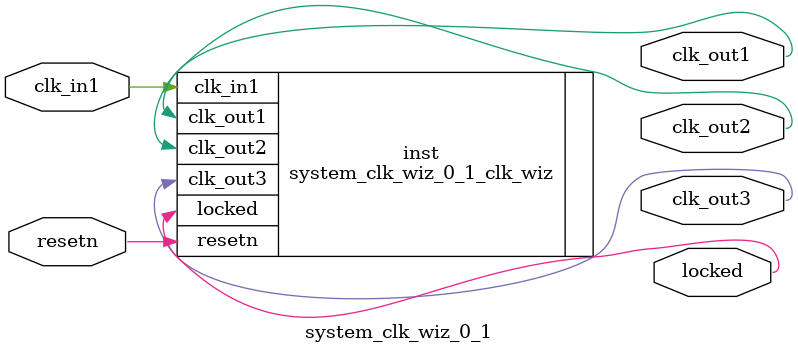
<source format=v>


`timescale 1ps/1ps

(* CORE_GENERATION_INFO = "system_clk_wiz_0_1,clk_wiz_v5_3_2_0,{component_name=system_clk_wiz_0_1,use_phase_alignment=true,use_min_o_jitter=false,use_max_i_jitter=false,use_dyn_phase_shift=false,use_inclk_switchover=false,use_dyn_reconfig=false,enable_axi=0,feedback_source=FDBK_AUTO,PRIMITIVE=MMCM,num_out_clk=3,clkin1_period=10.0,clkin2_period=10.0,use_power_down=false,use_reset=true,use_locked=true,use_inclk_stopped=false,feedback_type=SINGLE,CLOCK_MGR_TYPE=NA,manual_override=false}" *)

module system_clk_wiz_0_1 
 (
  // Clock out ports
  output        clk_out1,
  output        clk_out2,
  output        clk_out3,
  // Status and control signals
  input         resetn,
  output        locked,
 // Clock in ports
  input         clk_in1
 );

  system_clk_wiz_0_1_clk_wiz inst
  (
  // Clock out ports  
  .clk_out1(clk_out1),
  .clk_out2(clk_out2),
  .clk_out3(clk_out3),
  // Status and control signals               
  .resetn(resetn), 
  .locked(locked),
 // Clock in ports
  .clk_in1(clk_in1)
  );

endmodule

</source>
